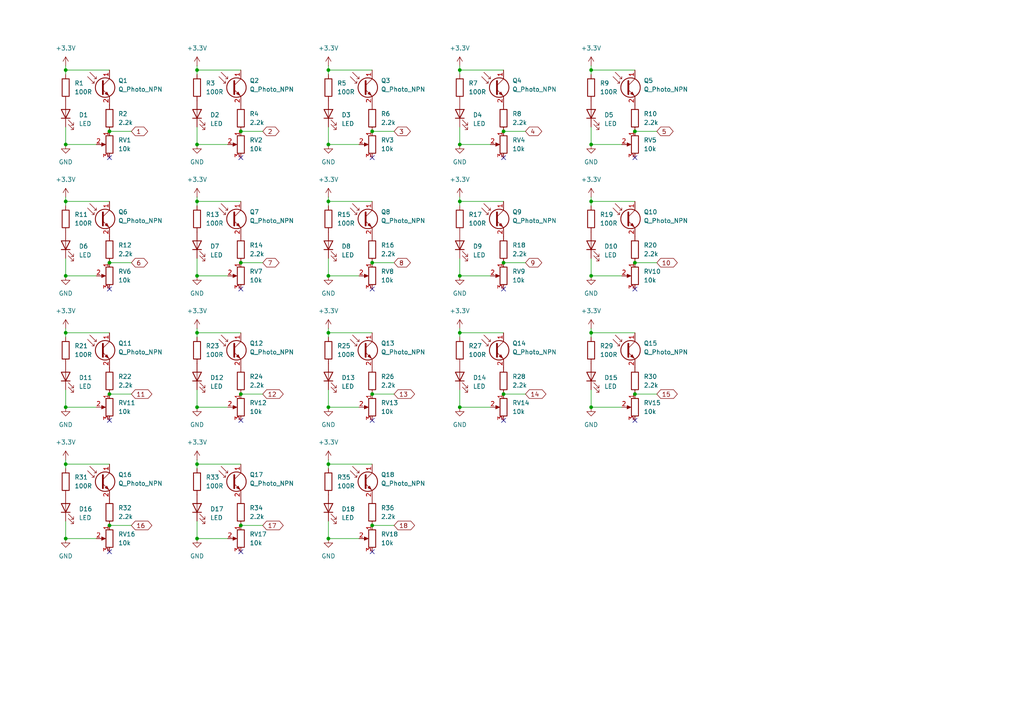
<source format=kicad_sch>
(kicad_sch (version 20231120) (generator "eeschema") (generator_version "8.0")
  (paper "A4")
  (title_block (title "INPUT") (date "2024-07-13") (rev "1.0") (company "yukuyuku4123"))
  (lib_symbols
    (symbol "Device:LED" (pin_numbers hide) (pin_names (offset 1.016) hide)
      (property "Reference" "D" (at 0 2.54 0))
      (property "Value" "LED" (at 0 -2.54 0))
      (symbol "LED_0_1"
        (polyline (pts (xy -1.27 -1.27) (xy -1.27 1.27)) (stroke (width 0.254)))
        (polyline (pts (xy -1.27 0) (xy 1.27 0)))
        (polyline (pts (xy 1.27 -1.27) (xy 1.27 1.27) (xy -1.27 0) (xy 1.27 -1.27)) (stroke (width 0.254)))
        (polyline (pts (xy -3.048 -0.762) (xy -4.572 -2.286) (xy -3.81 -2.286) (xy -4.572 -2.286) (xy -4.572 -1.524)))
        (polyline (pts (xy -1.778 -0.762) (xy -3.302 -2.286) (xy -2.54 -2.286) (xy -3.302 -2.286) (xy -3.302 -1.524)))
      )
      (symbol "LED_1_1"
        (pin passive line (at -3.81 0 0) (length 2.54) (name "K") (number "1"))
        (pin passive line (at 3.81 0 180) (length 2.54) (name "A") (number "2"))
      )
    )
    (symbol "Device:Q_Photo_NPN" (pin_names (offset 0) hide)
      (property "Reference" "Q" (at 5.08 1.27 0))
      (property "Value" "Q_Photo_NPN" (at 5.08 -1.27 0))
      (symbol "Q_Photo_NPN_0_1"
        (polyline (pts (xy -1.905 1.27) (xy -2.54 1.27)))
        (polyline (pts (xy -1.27 2.54) (xy -1.905 2.54)))
        (polyline (pts (xy 0.635 0.635) (xy 2.54 2.54)))
        (polyline (pts (xy -3.81 3.175) (xy -1.905 1.27) (xy -1.905 1.905)))
        (polyline (pts (xy -3.175 4.445) (xy -1.27 2.54) (xy -1.27 3.175)))
        (polyline (pts (xy 0.635 -0.635) (xy 2.54 -2.54) (xy 2.54 -2.54)))
        (polyline (pts (xy 0.635 1.905) (xy 0.635 -1.905) (xy 0.635 -1.905)) (stroke (width 0.508)))
        (polyline (pts (xy 1.27 -1.778) (xy 1.778 -1.27) (xy 2.286 -2.286) (xy 1.27 -1.778) (xy 1.27 -1.778)) (fill (type outline)))
        (circle (center 1.27 0) (radius 2.8194) (stroke (width 0.254)))
      )
      (symbol "Q_Photo_NPN_1_1"
        (pin passive line (at 2.54 5.08 270) (length 2.54) (name "C") (number "1"))
        (pin passive line (at 2.54 -5.08 90) (length 2.54) (name "E") (number "2"))
      )
    )
    (symbol "Device:R" (pin_numbers hide) (pin_names (offset 0))
      (property "Reference" "R" (at 2.032 0 90))
      (property "Value" "R" (at 0 0 90))
      (symbol "R_0_1"
        (rectangle (start -1.016 -2.54) (end 1.016 2.54) (stroke (width 0.254)))
      )
      (symbol "R_1_1"
        (pin passive line (at 0 3.81 270) (length 1.27) (name "~") (number "1"))
        (pin passive line (at 0 -3.81 90) (length 1.27) (name "~") (number "2"))
      )
    )
    (symbol "Device:R_Potentiometer" (pin_names (offset 1.016) hide)
      (property "Reference" "RV" (at -4.445 0 90))
      (property "Value" "R_Potentiometer" (at -2.54 0 90))
      (symbol "R_Potentiometer_0_1"
        (polyline (pts (xy 2.54 0) (xy 1.524 0)))
        (polyline (pts (xy 1.143 0) (xy 2.286 0.508) (xy 2.286 -0.508) (xy 1.143 0)) (fill (type outline)))
        (rectangle (start 1.016 2.54) (end -1.016 -2.54) (stroke (width 0.254)))
      )
      (symbol "R_Potentiometer_1_1"
        (pin passive line (at 0 3.81 270) (length 1.27) (name "1") (number "1"))
        (pin passive line (at 3.81 0 180) (length 1.27) (name "2") (number "2"))
        (pin passive line (at 0 -3.81 90) (length 1.27) (name "3") (number "3"))
      )
    )
    (symbol "power:+3.3V" (power) (pin_numbers hide) (pin_names (offset 0) hide)
      (property "Value" "+3.3V" (at 0 3.556 0))
      (symbol "+3.3V_0_1"
        (polyline (pts (xy -0.762 1.27) (xy 0 2.54)))
        (polyline (pts (xy 0 0) (xy 0 2.54)))
        (polyline (pts (xy 0 2.54) (xy 0.762 1.27)))
      )
      (symbol "+3.3V_1_1"
        (pin power_in line (at 0 0 90) (length 0) (name "~") (number "1"))
      )
    )
    (symbol "power:GND" (power) (pin_names (offset 0))
      (property "Value" "GND" (at 0 -3.81 0))
      (symbol "GND_0_1"
        (polyline (pts (xy 0 0) (xy 0 -1.27) (xy 1.27 -1.27) (xy 0 -2.54) (xy -1.27 -1.27) (xy 0 -1.27)))
      )
      (symbol "GND_1_1"
        (pin power_in line (at 0 0 270) (length 0) hide (name "GND") (number "1"))
      )
    )
  )
  (junction (at 171.45 96.52))
  (junction (at 19.05 41.91))
  (junction (at 69.85 76.2))
  (junction (at 95.25 58.42))
  (junction (at 31.75 76.2))
  (junction (at 95.25 41.91))
  (junction (at 146.05 38.1))
  (junction (at 19.05 118.11))
  (junction (at 95.25 96.52))
  (junction (at 69.85 114.3))
  (junction (at 19.05 134.62))
  (junction (at 133.35 41.91))
  (junction (at 171.45 118.11))
  (junction (at 146.05 76.2))
  (junction (at 107.95 76.2))
  (junction (at 19.05 20.32))
  (junction (at 31.75 114.3))
  (junction (at 146.05 114.3))
  (junction (at 19.05 156.21))
  (junction (at 57.15 20.32))
  (junction (at 19.05 80.01))
  (junction (at 184.15 76.2))
  (junction (at 95.25 20.32))
  (junction (at 31.75 38.1))
  (junction (at 171.45 41.91))
  (junction (at 19.05 58.42))
  (junction (at 95.25 118.11))
  (junction (at 57.15 58.42))
  (junction (at 184.15 114.3))
  (junction (at 95.25 134.62))
  (junction (at 57.15 41.91))
  (junction (at 57.15 80.01))
  (junction (at 57.15 96.52))
  (junction (at 57.15 156.21))
  (junction (at 171.45 58.42))
  (junction (at 133.35 80.01))
  (junction (at 95.25 156.21))
  (junction (at 171.45 20.32))
  (junction (at 31.75 152.4))
  (junction (at 133.35 58.42))
  (junction (at 57.15 134.62))
  (junction (at 107.95 114.3))
  (junction (at 19.05 96.52))
  (junction (at 171.45 80.01))
  (junction (at 133.35 20.32))
  (junction (at 107.95 152.4))
  (junction (at 57.15 118.11))
  (junction (at 184.15 38.1))
  (junction (at 69.85 152.4))
  (junction (at 107.95 38.1))
  (junction (at 133.35 118.11))
  (junction (at 69.85 38.1))
  (junction (at 133.35 96.52))
  (junction (at 95.25 80.01))
  (no_connect (at 69.85 83.82))
  (no_connect (at 69.85 121.92))
  (no_connect (at 184.15 83.82))
  (no_connect (at 31.75 45.72))
  (no_connect (at 107.95 45.72))
  (no_connect (at 107.95 121.92))
  (no_connect (at 146.05 121.92))
  (no_connect (at 146.05 45.72))
  (no_connect (at 69.85 45.72))
  (no_connect (at 69.85 160.02))
  (no_connect (at 184.15 45.72))
  (no_connect (at 31.75 83.82))
  (no_connect (at 31.75 160.02))
  (no_connect (at 31.75 121.92))
  (no_connect (at 107.95 83.82))
  (no_connect (at 184.15 121.92))
  (no_connect (at 107.95 160.02))
  (no_connect (at 146.05 83.82))
  (wire (pts (xy 57.15 96.52) (xy 69.85 96.52)))
  (wire (pts (xy 57.15 95.25) (xy 57.15 96.52)))
  (wire (pts (xy 57.15 20.32) (xy 57.15 21.59)))
  (wire (pts (xy 171.45 80.01) (xy 180.34 80.01)))
  (wire (pts (xy 95.25 41.91) (xy 104.14 41.91)))
  (wire (pts (xy 146.05 76.2) (xy 152.4 76.2)))
  (wire (pts (xy 95.25 133.35) (xy 95.25 134.62)))
  (wire (pts (xy 57.15 113.03) (xy 57.15 118.11)))
  (wire (pts (xy 95.25 95.25) (xy 95.25 96.52)))
  (wire (pts (xy 57.15 74.93) (xy 57.15 80.01)))
  (wire (pts (xy 19.05 80.01) (xy 27.94 80.01)))
  (wire (pts (xy 57.15 80.01) (xy 66.04 80.01)))
  (wire (pts (xy 31.75 38.1) (xy 38.1 38.1)))
  (wire (pts (xy 171.45 19.05) (xy 171.45 20.32)))
  (wire (pts (xy 107.95 152.4) (xy 114.3 152.4)))
  (wire (pts (xy 69.85 76.2) (xy 76.2 76.2)))
  (wire (pts (xy 171.45 57.15) (xy 171.45 58.42)))
  (wire (pts (xy 133.35 96.52) (xy 146.05 96.52)))
  (wire (pts (xy 95.25 20.32) (xy 107.95 20.32)))
  (wire (pts (xy 57.15 20.32) (xy 69.85 20.32)))
  (wire (pts (xy 69.85 38.1) (xy 76.2 38.1)))
  (wire (pts (xy 57.15 151.13) (xy 57.15 156.21)))
  (wire (pts (xy 95.25 113.03) (xy 95.25 118.11)))
  (wire (pts (xy 95.25 58.42) (xy 107.95 58.42)))
  (wire (pts (xy 171.45 58.42) (xy 184.15 58.42)))
  (wire (pts (xy 171.45 96.52) (xy 184.15 96.52)))
  (wire (pts (xy 19.05 134.62) (xy 19.05 135.89)))
  (wire (pts (xy 171.45 74.93) (xy 171.45 80.01)))
  (wire (pts (xy 95.25 74.93) (xy 95.25 80.01)))
  (wire (pts (xy 95.25 80.01) (xy 104.14 80.01)))
  (wire (pts (xy 57.15 41.91) (xy 66.04 41.91)))
  (wire (pts (xy 31.75 152.4) (xy 38.1 152.4)))
  (wire (pts (xy 95.25 118.11) (xy 104.14 118.11)))
  (wire (pts (xy 133.35 113.03) (xy 133.35 118.11)))
  (wire (pts (xy 19.05 58.42) (xy 31.75 58.42)))
  (wire (pts (xy 95.25 151.13) (xy 95.25 156.21)))
  (wire (pts (xy 31.75 76.2) (xy 38.1 76.2)))
  (wire (pts (xy 171.45 118.11) (xy 180.34 118.11)))
  (wire (pts (xy 133.35 36.83) (xy 133.35 41.91)))
  (wire (pts (xy 57.15 36.83) (xy 57.15 41.91)))
  (wire (pts (xy 19.05 156.21) (xy 27.94 156.21)))
  (wire (pts (xy 184.15 114.3) (xy 190.5 114.3)))
  (wire (pts (xy 133.35 74.93) (xy 133.35 80.01)))
  (wire (pts (xy 184.15 38.1) (xy 190.5 38.1)))
  (wire (pts (xy 95.25 19.05) (xy 95.25 20.32)))
  (wire (pts (xy 19.05 20.32) (xy 19.05 21.59)))
  (wire (pts (xy 133.35 58.42) (xy 146.05 58.42)))
  (wire (pts (xy 19.05 58.42) (xy 19.05 59.69)))
  (wire (pts (xy 184.15 76.2) (xy 190.5 76.2)))
  (wire (pts (xy 95.25 20.32) (xy 95.25 21.59)))
  (wire (pts (xy 107.95 114.3) (xy 114.3 114.3)))
  (wire (pts (xy 19.05 134.62) (xy 31.75 134.62)))
  (wire (pts (xy 69.85 114.3) (xy 76.2 114.3)))
  (wire (pts (xy 171.45 41.91) (xy 180.34 41.91)))
  (wire (pts (xy 95.25 96.52) (xy 107.95 96.52)))
  (wire (pts (xy 57.15 134.62) (xy 69.85 134.62)))
  (wire (pts (xy 57.15 118.11) (xy 66.04 118.11)))
  (wire (pts (xy 19.05 36.83) (xy 19.05 41.91)))
  (wire (pts (xy 57.15 134.62) (xy 57.15 135.89)))
  (wire (pts (xy 31.75 114.3) (xy 38.1 114.3)))
  (wire (pts (xy 19.05 74.93) (xy 19.05 80.01)))
  (wire (pts (xy 146.05 38.1) (xy 152.4 38.1)))
  (wire (pts (xy 95.25 57.15) (xy 95.25 58.42)))
  (wire (pts (xy 57.15 156.21) (xy 66.04 156.21)))
  (wire (pts (xy 19.05 96.52) (xy 19.05 97.79)))
  (wire (pts (xy 57.15 58.42) (xy 69.85 58.42)))
  (wire (pts (xy 133.35 20.32) (xy 146.05 20.32)))
  (wire (pts (xy 19.05 95.25) (xy 19.05 96.52)))
  (wire (pts (xy 171.45 20.32) (xy 184.15 20.32)))
  (wire (pts (xy 146.05 114.3) (xy 152.4 114.3)))
  (wire (pts (xy 19.05 133.35) (xy 19.05 134.62)))
  (wire (pts (xy 95.25 134.62) (xy 107.95 134.62)))
  (wire (pts (xy 107.95 76.2) (xy 114.3 76.2)))
  (wire (pts (xy 171.45 58.42) (xy 171.45 59.69)))
  (wire (pts (xy 133.35 57.15) (xy 133.35 58.42)))
  (wire (pts (xy 69.85 152.4) (xy 76.2 152.4)))
  (wire (pts (xy 19.05 20.32) (xy 31.75 20.32)))
  (wire (pts (xy 19.05 151.13) (xy 19.05 156.21)))
  (wire (pts (xy 133.35 95.25) (xy 133.35 96.52)))
  (wire (pts (xy 171.45 36.83) (xy 171.45 41.91)))
  (wire (pts (xy 133.35 96.52) (xy 133.35 97.79)))
  (wire (pts (xy 95.25 134.62) (xy 95.25 135.89)))
  (wire (pts (xy 133.35 20.32) (xy 133.35 21.59)))
  (wire (pts (xy 19.05 96.52) (xy 31.75 96.52)))
  (wire (pts (xy 57.15 57.15) (xy 57.15 58.42)))
  (wire (pts (xy 133.35 41.91) (xy 142.24 41.91)))
  (wire (pts (xy 107.95 38.1) (xy 114.3 38.1)))
  (wire (pts (xy 19.05 19.05) (xy 19.05 20.32)))
  (wire (pts (xy 95.25 96.52) (xy 95.25 97.79)))
  (wire (pts (xy 19.05 41.91) (xy 27.94 41.91)))
  (wire (pts (xy 19.05 113.03) (xy 19.05 118.11)))
  (wire (pts (xy 57.15 96.52) (xy 57.15 97.79)))
  (wire (pts (xy 171.45 95.25) (xy 171.45 96.52)))
  (wire (pts (xy 19.05 57.15) (xy 19.05 58.42)))
  (wire (pts (xy 19.05 118.11) (xy 27.94 118.11)))
  (wire (pts (xy 57.15 133.35) (xy 57.15 134.62)))
  (wire (pts (xy 95.25 58.42) (xy 95.25 59.69)))
  (wire (pts (xy 95.25 36.83) (xy 95.25 41.91)))
  (wire (pts (xy 171.45 20.32) (xy 171.45 21.59)))
  (wire (pts (xy 57.15 19.05) (xy 57.15 20.32)))
  (wire (pts (xy 133.35 118.11) (xy 142.24 118.11)))
  (wire (pts (xy 171.45 113.03) (xy 171.45 118.11)))
  (wire (pts (xy 133.35 58.42) (xy 133.35 59.69)))
  (wire (pts (xy 57.15 58.42) (xy 57.15 59.69)))
  (wire (pts (xy 95.25 156.21) (xy 104.14 156.21)))
  (wire (pts (xy 133.35 80.01) (xy 142.24 80.01)))
  (wire (pts (xy 171.45 96.52) (xy 171.45 97.79)))
  (wire (pts (xy 133.35 19.05) (xy 133.35 20.32)))
  (global_label "13" (shape bidirectional) (at 114.3 114.3 0) (property "Intersheetrefs" "${INTERSHEET_REFS}" (effects (hide yes))))
  (global_label "15" (shape bidirectional) (at 190.5 114.3 0) (property "Intersheetrefs" "${INTERSHEET_REFS}" (effects (hide yes))))
  (global_label "6" (shape bidirectional) (at 38.1 76.2 0) (property "Intersheetrefs" "${INTERSHEET_REFS}" (effects (hide yes))))
  (global_label "14" (shape bidirectional) (at 152.4 114.3 0) (property "Intersheetrefs" "${INTERSHEET_REFS}" (effects (hide yes))))
  (global_label "7" (shape bidirectional) (at 76.2 76.2 0) (property "Intersheetrefs" "${INTERSHEET_REFS}" (effects (hide yes))))
  (global_label "17" (shape bidirectional) (at 76.2 152.4 0) (property "Intersheetrefs" "${INTERSHEET_REFS}" (effects (hide yes))))
  (global_label "5" (shape bidirectional) (at 190.5 38.1 0) (property "Intersheetrefs" "${INTERSHEET_REFS}" (effects (hide yes))))
  (global_label "12" (shape bidirectional) (at 76.2 114.3 0) (property "Intersheetrefs" "${INTERSHEET_REFS}" (effects (hide yes))))
  (global_label "11" (shape bidirectional) (at 38.1 114.3 0) (property "Intersheetrefs" "${INTERSHEET_REFS}" (effects (hide yes))))
  (global_label "4" (shape bidirectional) (at 152.4 38.1 0) (property "Intersheetrefs" "${INTERSHEET_REFS}" (effects (hide yes))))
  (global_label "16" (shape bidirectional) (at 38.1 152.4 0) (property "Intersheetrefs" "${INTERSHEET_REFS}" (effects (hide yes))))
  (global_label "9" (shape bidirectional) (at 152.4 76.2 0) (property "Intersheetrefs" "${INTERSHEET_REFS}" (effects (hide yes))))
  (global_label "8" (shape bidirectional) (at 114.3 76.2 0) (property "Intersheetrefs" "${INTERSHEET_REFS}" (effects (hide yes))))
  (global_label "2" (shape bidirectional) (at 76.2 38.1 0) (property "Intersheetrefs" "${INTERSHEET_REFS}" (effects (hide yes))))
  (global_label "10" (shape bidirectional) (at 190.5 76.2 0) (property "Intersheetrefs" "${INTERSHEET_REFS}" (effects (hide yes))))
  (global_label "3" (shape bidirectional) (at 114.3 38.1 0) (property "Intersheetrefs" "${INTERSHEET_REFS}" (effects (hide yes))))
  (global_label "18" (shape bidirectional) (at 114.3 152.4 0) (property "Intersheetrefs" "${INTERSHEET_REFS}" (effects (hide yes))))
  (global_label "1" (shape bidirectional) (at 38.1 38.1 0) (property "Intersheetrefs" "${INTERSHEET_REFS}" (effects (hide yes))))
  (symbol (lib_id "power:+3.3V") (at 95.25 57.15 0) (unit 1)
    (property "Reference" "#PWR014" (effects (hide yes)))
    (property "Value" "+3.3V" (at 95.25 52.07 0))
    (property "Description" "Power symbol creates a global label with name \"+3.3V\"" (effects (hide yes)))
  )
  (symbol (lib_id "power:GND") (at 19.05 118.11 0) (unit 1)
    (property "Reference" "#PWR021" (effects (hide yes)))
    (property "Value" "GND" (at 19.05 123.19 0))
  )
  (symbol (lib_id "Device:R_Potentiometer") (at 107.95 118.11 0) (mirror y) (unit 1)
    (property "Reference" "RV13" (at 110.49 116.8399 0) (effects (justify right)))
    (property "Value" "10k" (at 110.49 119.3799 0) (effects (justify right)))
    (property "Footprint" "Potentiometer_SMD:Potentiometer_Bourns_TC33X_Vertical" (effects (hide yes)))
  )
  (symbol (lib_id "Device:R") (at 146.05 110.49 0) (unit 1)
    (property "Reference" "R28" (at 148.59 109.2199 0) (effects (justify left)))
    (property "Value" "2.2k" (at 148.59 111.7599 0) (effects (justify left)))
    (property "Footprint" "Resistor_SMD:R_0603_1608Metric" (effects (hide yes)))
    (property "Description" "Resistor" (effects (hide yes)))
  )
  (symbol (lib_id "Device:LED") (at 57.15 147.32 90) (unit 1)
    (property "Reference" "D17" (at 60.96 147.6374 90) (effects (justify right)))
    (property "Value" "LED" (at 60.96 150.1774 90) (effects (justify right)))
    (property "Footprint" "LED_THT:LED_D5.0mm" (effects (hide yes)))
    (property "Description" "Light emitting diode" (effects (hide yes)))
  )
  (symbol (lib_id "power:GND") (at 19.05 41.91 0) (unit 1)
    (property "Reference" "#PWR050" (effects (hide yes)))
    (property "Value" "GND" (at 19.05 46.99 0))
  )
  (symbol (lib_id "Device:LED") (at 171.45 109.22 90) (unit 1)
    (property "Reference" "D15" (at 175.26 109.5374 90) (effects (justify right)))
    (property "Value" "LED" (at 175.26 112.0774 90) (effects (justify right)))
    (property "Footprint" "LED_THT:LED_D5.0mm" (effects (hide yes)))
    (property "Description" "Light emitting diode" (effects (hide yes)))
  )
  (symbol (lib_id "Device:R") (at 19.05 25.4 0) (unit 1)
    (property "Reference" "R1" (at 21.59 24.1299 0) (effects (justify left)))
    (property "Value" "100R" (at 21.59 26.6699 0) (effects (justify left)))
    (property "Footprint" "Resistor_SMD:R_0603_1608Metric" (effects (hide yes)))
    (property "Description" "Resistor" (effects (hide yes)))
  )
  (symbol (lib_id "Device:R_Potentiometer") (at 146.05 41.91 0) (mirror y) (unit 1)
    (property "Reference" "RV4" (at 148.59 40.6399 0) (effects (justify right)))
    (property "Value" "10k" (at 148.59 43.1799 0) (effects (justify right)))
    (property "Footprint" "Potentiometer_SMD:Potentiometer_Bourns_TC33X_Vertical" (effects (hide yes)))
  )
  (symbol (lib_id "power:GND") (at 95.25 80.01 0) (unit 1)
    (property "Reference" "#PWR015" (effects (hide yes)))
    (property "Value" "GND" (at 95.25 85.09 0))
  )
  (symbol (lib_id "Device:R") (at 69.85 148.59 0) (unit 1)
    (property "Reference" "R34" (at 72.39 147.3199 0) (effects (justify left)))
    (property "Value" "2.2k" (at 72.39 149.8599 0) (effects (justify left)))
    (property "Footprint" "Resistor_SMD:R_0603_1608Metric" (effects (hide yes)))
    (property "Description" "Resistor" (effects (hide yes)))
  )
  (symbol (lib_id "power:GND") (at 57.15 118.11 0) (unit 1)
    (property "Reference" "#PWR023" (effects (hide yes)))
    (property "Value" "GND" (at 57.15 123.19 0))
  )
  (symbol (lib_id "power:+3.3V") (at 57.15 95.25 0) (unit 1)
    (property "Reference" "#PWR022" (effects (hide yes)))
    (property "Value" "+3.3V" (at 57.15 90.17 0))
    (property "Description" "Power symbol creates a global label with name \"+3.3V\"" (effects (hide yes)))
  )
  (symbol (lib_id "Device:Q_Photo_NPN") (at 29.21 63.5 0) (unit 1)
    (property "Reference" "Q6" (at 34.29 61.4806 0) (effects (justify left)))
    (property "Value" "Q_Photo_NPN" (at 34.29 64.0206 0) (effects (justify left)))
    (property "Footprint" "LED_THT:LED_D3.0mm_Clear" (effects (hide yes)))
    (property "Description" "NPN phototransistor, collector/emitter" (effects (hide yes)))
  )
  (symbol (lib_id "Device:Q_Photo_NPN") (at 143.51 63.5 0) (unit 1)
    (property "Reference" "Q9" (at 148.59 61.4806 0) (effects (justify left)))
    (property "Value" "Q_Photo_NPN" (at 148.59 64.0206 0) (effects (justify left)))
    (property "Footprint" "LED_THT:LED_D3.0mm_Clear" (effects (hide yes)))
    (property "Description" "NPN phototransistor, collector/emitter" (effects (hide yes)))
  )
  (symbol (lib_id "Device:R") (at 57.15 25.4 0) (unit 1)
    (property "Reference" "R3" (at 59.69 24.1299 0) (effects (justify left)))
    (property "Value" "100R" (at 59.69 26.6699 0) (effects (justify left)))
    (property "Footprint" "Resistor_SMD:R_0603_1608Metric" (effects (hide yes)))
    (property "Description" "Resistor" (effects (hide yes)))
  )
  (symbol (lib_id "Device:R_Potentiometer") (at 107.95 41.91 0) (mirror y) (unit 1)
    (property "Reference" "RV3" (at 110.49 40.6399 0) (effects (justify right)))
    (property "Value" "10k" (at 110.49 43.1799 0) (effects (justify right)))
    (property "Footprint" "Potentiometer_SMD:Potentiometer_Bourns_TC33X_Vertical" (effects (hide yes)))
  )
  (symbol (lib_id "Device:R") (at 19.05 139.7 0) (unit 1)
    (property "Reference" "R31" (at 21.59 138.4299 0) (effects (justify left)))
    (property "Value" "100R" (at 21.59 140.9699 0) (effects (justify left)))
    (property "Footprint" "Resistor_SMD:R_0603_1608Metric" (effects (hide yes)))
    (property "Description" "Resistor" (effects (hide yes)))
  )
  (symbol (lib_id "Device:LED") (at 57.15 109.22 90) (unit 1)
    (property "Reference" "D12" (at 60.96 109.5374 90) (effects (justify right)))
    (property "Value" "LED" (at 60.96 112.0774 90) (effects (justify right)))
    (property "Footprint" "LED_THT:LED_D5.0mm" (effects (hide yes)))
    (property "Description" "Light emitting diode" (effects (hide yes)))
  )
  (symbol (lib_id "Device:LED") (at 57.15 71.12 90) (unit 1)
    (property "Reference" "D7" (at 60.96 71.4374 90) (effects (justify right)))
    (property "Value" "LED" (at 60.96 73.9774 90) (effects (justify right)))
    (property "Footprint" "LED_THT:LED_D5.0mm" (effects (hide yes)))
    (property "Description" "Light emitting diode" (effects (hide yes)))
  )
  (symbol (lib_id "Device:R") (at 31.75 148.59 0) (unit 1)
    (property "Reference" "R32" (at 34.29 147.3199 0) (effects (justify left)))
    (property "Value" "2.2k" (at 34.29 149.8599 0) (effects (justify left)))
    (property "Footprint" "Resistor_SMD:R_0603_1608Metric" (effects (hide yes)))
    (property "Description" "Resistor" (effects (hide yes)))
  )
  (symbol (lib_id "Device:Q_Photo_NPN") (at 181.61 63.5 0) (unit 1)
    (property "Reference" "Q10" (at 186.69 61.4806 0) (effects (justify left)))
    (property "Value" "Q_Photo_NPN" (at 186.69 64.0206 0) (effects (justify left)))
    (property "Footprint" "LED_THT:LED_D3.0mm_Clear" (effects (hide yes)))
    (property "Description" "NPN phototransistor, collector/emitter" (effects (hide yes)))
  )
  (symbol (lib_id "Device:R") (at 171.45 25.4 0) (unit 1)
    (property "Reference" "R9" (at 173.99 24.1299 0) (effects (justify left)))
    (property "Value" "100R" (at 173.99 26.6699 0) (effects (justify left)))
    (property "Footprint" "Resistor_SMD:R_0603_1608Metric" (effects (hide yes)))
    (property "Description" "Resistor" (effects (hide yes)))
  )
  (symbol (lib_id "Device:LED") (at 133.35 71.12 90) (unit 1)
    (property "Reference" "D9" (at 137.16 71.4374 90) (effects (justify right)))
    (property "Value" "LED" (at 137.16 73.9774 90) (effects (justify right)))
    (property "Footprint" "LED_THT:LED_D5.0mm" (effects (hide yes)))
    (property "Description" "Light emitting diode" (effects (hide yes)))
  )
  (symbol (lib_id "Device:LED") (at 95.25 147.32 90) (unit 1)
    (property "Reference" "D18" (at 99.06 147.6374 90) (effects (justify right)))
    (property "Value" "LED" (at 99.06 150.1774 90) (effects (justify right)))
    (property "Footprint" "LED_THT:LED_D5.0mm" (effects (hide yes)))
    (property "Description" "Light emitting diode" (effects (hide yes)))
  )
  (symbol (lib_id "Device:Q_Photo_NPN") (at 105.41 63.5 0) (unit 1)
    (property "Reference" "Q8" (at 110.49 61.4806 0) (effects (justify left)))
    (property "Value" "Q_Photo_NPN" (at 110.49 64.0206 0) (effects (justify left)))
    (property "Footprint" "LED_THT:LED_D3.0mm_Clear" (effects (hide yes)))
    (property "Description" "NPN phototransistor, collector/emitter" (effects (hide yes)))
  )
  (symbol (lib_id "Device:R_Potentiometer") (at 31.75 41.91 0) (mirror y) (unit 1)
    (property "Reference" "RV1" (at 34.29 40.6399 0) (effects (justify right)))
    (property "Value" "10k" (at 34.29 43.1799 0) (effects (justify right)))
    (property "Footprint" "Potentiometer_SMD:Potentiometer_Bourns_TC33X_Vertical" (effects (hide yes)))
  )
  (symbol (lib_id "power:+3.3V") (at 19.05 19.05 0) (unit 1)
    (property "Reference" "#PWR01" (effects (hide yes)))
    (property "Value" "+3.3V" (at 19.05 13.97 0))
    (property "Description" "Power symbol creates a global label with name \"+3.3V\"" (effects (hide yes)))
  )
  (symbol (lib_id "Device:R") (at 95.25 139.7 0) (unit 1)
    (property "Reference" "R35" (at 97.79 138.4299 0) (effects (justify left)))
    (property "Value" "100R" (at 97.79 140.9699 0) (effects (justify left)))
    (property "Footprint" "Resistor_SMD:R_0603_1608Metric" (effects (hide yes)))
    (property "Description" "Resistor" (effects (hide yes)))
  )
  (symbol (lib_id "Device:R") (at 107.95 34.29 0) (unit 1)
    (property "Reference" "R6" (at 110.49 33.0199 0) (effects (justify left)))
    (property "Value" "2.2k" (at 110.49 35.5599 0) (effects (justify left)))
    (property "Footprint" "Resistor_SMD:R_0603_1608Metric" (effects (hide yes)))
    (property "Description" "Resistor" (effects (hide yes)))
  )
  (symbol (lib_id "Device:LED") (at 95.25 109.22 90) (unit 1)
    (property "Reference" "D13" (at 99.06 109.5374 90) (effects (justify right)))
    (property "Value" "LED" (at 99.06 112.0774 90) (effects (justify right)))
    (property "Footprint" "LED_THT:LED_D5.0mm" (effects (hide yes)))
    (property "Description" "Light emitting diode" (effects (hide yes)))
  )
  (symbol (lib_id "Device:Q_Photo_NPN") (at 181.61 101.6 0) (unit 1)
    (property "Reference" "Q15" (at 186.69 99.5806 0) (effects (justify left)))
    (property "Value" "Q_Photo_NPN" (at 186.69 102.1206 0) (effects (justify left)))
    (property "Footprint" "LED_THT:LED_D3.0mm_Clear" (effects (hide yes)))
    (property "Description" "NPN phototransistor, collector/emitter" (effects (hide yes)))
  )
  (symbol (lib_id "Device:LED") (at 95.25 71.12 90) (unit 1)
    (property "Reference" "D8" (at 99.06 71.4374 90) (effects (justify right)))
    (property "Value" "LED" (at 99.06 73.9774 90) (effects (justify right)))
    (property "Footprint" "LED_THT:LED_D5.0mm" (effects (hide yes)))
    (property "Description" "Light emitting diode" (effects (hide yes)))
  )
  (symbol (lib_id "Device:R") (at 57.15 139.7 0) (unit 1)
    (property "Reference" "R33" (at 59.69 138.4299 0) (effects (justify left)))
    (property "Value" "100R" (at 59.69 140.9699 0) (effects (justify left)))
    (property "Footprint" "Resistor_SMD:R_0603_1608Metric" (effects (hide yes)))
    (property "Description" "Resistor" (effects (hide yes)))
  )
  (symbol (lib_id "Device:Q_Photo_NPN") (at 67.31 101.6 0) (unit 1)
    (property "Reference" "Q12" (at 72.39 99.5806 0) (effects (justify left)))
    (property "Value" "Q_Photo_NPN" (at 72.39 102.1206 0) (effects (justify left)))
    (property "Footprint" "LED_THT:LED_D3.0mm_Clear" (effects (hide yes)))
    (property "Description" "NPN phototransistor, collector/emitter" (effects (hide yes)))
  )
  (symbol (lib_id "Device:R") (at 19.05 63.5 0) (unit 1)
    (property "Reference" "R11" (at 21.59 62.2299 0) (effects (justify left)))
    (property "Value" "100R" (at 21.59 64.7699 0) (effects (justify left)))
    (property "Footprint" "Resistor_SMD:R_0603_1608Metric" (effects (hide yes)))
    (property "Description" "Resistor" (effects (hide yes)))
  )
  (symbol (lib_id "Device:Q_Photo_NPN") (at 143.51 25.4 0) (unit 1)
    (property "Reference" "Q4" (at 148.59 23.3806 0) (effects (justify left)))
    (property "Value" "Q_Photo_NPN" (at 148.59 25.9206 0) (effects (justify left)))
    (property "Footprint" "LED_THT:LED_D3.0mm_Clear" (effects (hide yes)))
    (property "Description" "NPN phototransistor, collector/emitter" (effects (hide yes)))
  )
  (symbol (lib_id "Device:R") (at 69.85 72.39 0) (unit 1)
    (property "Reference" "R14" (at 72.39 71.1199 0) (effects (justify left)))
    (property "Value" "2.2k" (at 72.39 73.6599 0) (effects (justify left)))
    (property "Footprint" "Resistor_SMD:R_0603_1608Metric" (effects (hide yes)))
    (property "Description" "Resistor" (effects (hide yes)))
  )
  (symbol (lib_id "Device:Q_Photo_NPN") (at 67.31 25.4 0) (unit 1)
    (property "Reference" "Q2" (at 72.39 23.3806 0) (effects (justify left)))
    (property "Value" "Q_Photo_NPN" (at 72.39 25.9206 0) (effects (justify left)))
    (property "Footprint" "LED_THT:LED_D3.0mm_Clear" (effects (hide yes)))
    (property "Description" "NPN phototransistor, collector/emitter" (effects (hide yes)))
  )
  (symbol (lib_id "Device:LED") (at 19.05 147.32 90) (unit 1)
    (property "Reference" "D16" (at 22.86 147.6374 90) (effects (justify right)))
    (property "Value" "LED" (at 22.86 150.1774 90) (effects (justify right)))
    (property "Footprint" "LED_THT:LED_D5.0mm" (effects (hide yes)))
    (property "Description" "Light emitting diode" (effects (hide yes)))
  )
  (symbol (lib_id "Device:R") (at 184.15 72.39 0) (unit 1)
    (property "Reference" "R20" (at 186.69 71.1199 0) (effects (justify left)))
    (property "Value" "2.2k" (at 186.69 73.6599 0) (effects (justify left)))
    (property "Footprint" "Resistor_SMD:R_0603_1608Metric" (effects (hide yes)))
    (property "Description" "Resistor" (effects (hide yes)))
  )
  (symbol (lib_id "Device:LED") (at 19.05 33.02 90) (unit 1)
    (property "Reference" "D1" (at 22.86 33.3374 90) (effects (justify right)))
    (property "Value" "LED" (at 22.86 35.8774 90) (effects (justify right)))
    (property "Footprint" "LED_THT:LED_D5.0mm" (effects (hide yes)))
    (property "Description" "Light emitting diode" (effects (hide yes)))
  )
  (symbol (lib_id "Device:LED") (at 95.25 33.02 90) (unit 1)
    (property "Reference" "D3" (at 99.06 33.3374 90) (effects (justify right)))
    (property "Value" "LED" (at 99.06 35.8774 90) (effects (justify right)))
    (property "Footprint" "LED_THT:LED_D5.0mm" (effects (hide yes)))
    (property "Description" "Light emitting diode" (effects (hide yes)))
  )
  (symbol (lib_id "Device:R") (at 133.35 101.6 0) (unit 1)
    (property "Reference" "R27" (at 135.89 100.3299 0) (effects (justify left)))
    (property "Value" "100R" (at 135.89 102.8699 0) (effects (justify left)))
    (property "Footprint" "Resistor_SMD:R_0603_1608Metric" (effects (hide yes)))
    (property "Description" "Resistor" (effects (hide yes)))
  )
  (symbol (lib_id "Device:R_Potentiometer") (at 69.85 156.21 0) (mirror y) (unit 1)
    (property "Reference" "RV17" (at 72.39 154.9399 0) (effects (justify right)))
    (property "Value" "10k" (at 72.39 157.4799 0) (effects (justify right)))
    (property "Footprint" "Potentiometer_SMD:Potentiometer_Bourns_TC33X_Vertical" (effects (hide yes)))
  )
  (symbol (lib_id "Device:R_Potentiometer") (at 146.05 118.11 0) (mirror y) (unit 1)
    (property "Reference" "RV14" (at 148.59 116.8399 0) (effects (justify right)))
    (property "Value" "10k" (at 148.59 119.3799 0) (effects (justify right)))
    (property "Footprint" "Potentiometer_SMD:Potentiometer_Bourns_TC33X_Vertical" (effects (hide yes)))
  )
  (symbol (lib_id "Device:LED") (at 19.05 71.12 90) (unit 1)
    (property "Reference" "D6" (at 22.86 71.4374 90) (effects (justify right)))
    (property "Value" "LED" (at 22.86 73.9774 90) (effects (justify right)))
    (property "Footprint" "LED_THT:LED_D5.0mm" (effects (hide yes)))
    (property "Description" "Light emitting diode" (effects (hide yes)))
  )
  (symbol (lib_id "Device:R") (at 69.85 110.49 0) (unit 1)
    (property "Reference" "R24" (at 72.39 109.2199 0) (effects (justify left)))
    (property "Value" "2.2k" (at 72.39 111.7599 0) (effects (justify left)))
    (property "Footprint" "Resistor_SMD:R_0603_1608Metric" (effects (hide yes)))
    (property "Description" "Resistor" (effects (hide yes)))
  )
  (symbol (lib_id "Device:LED") (at 19.05 109.22 90) (unit 1)
    (property "Reference" "D11" (at 22.86 109.5374 90) (effects (justify right)))
    (property "Value" "LED" (at 22.86 112.0774 90) (effects (justify right)))
    (property "Footprint" "LED_THT:LED_D5.0mm" (effects (hide yes)))
    (property "Description" "Light emitting diode" (effects (hide yes)))
  )
  (symbol (lib_id "Device:R") (at 133.35 25.4 0) (unit 1)
    (property "Reference" "R7" (at 135.89 24.1299 0) (effects (justify left)))
    (property "Value" "100R" (at 135.89 26.6699 0) (effects (justify left)))
    (property "Footprint" "Resistor_SMD:R_0603_1608Metric" (effects (hide yes)))
    (property "Description" "Resistor" (effects (hide yes)))
  )
  (symbol (lib_id "Device:LED") (at 57.15 33.02 90) (unit 1)
    (property "Reference" "D2" (at 60.96 33.3374 90) (effects (justify right)))
    (property "Value" "LED" (at 60.96 35.8774 90) (effects (justify right)))
    (property "Footprint" "LED_THT:LED_D5.0mm" (effects (hide yes)))
    (property "Description" "Light emitting diode" (effects (hide yes)))
  )
  (symbol (lib_id "power:GND") (at 133.35 118.11 0) (unit 1)
    (property "Reference" "#PWR027" (effects (hide yes)))
    (property "Value" "GND" (at 133.35 123.19 0))
  )
  (symbol (lib_id "Device:R") (at 171.45 63.5 0) (unit 1)
    (property "Reference" "R19" (at 173.99 62.2299 0) (effects (justify left)))
    (property "Value" "100R" (at 173.99 64.7699 0) (effects (justify left)))
    (property "Footprint" "Resistor_SMD:R_0603_1608Metric" (effects (hide yes)))
    (property "Description" "Resistor" (effects (hide yes)))
  )
  (symbol (lib_id "Device:R") (at 31.75 72.39 0) (unit 1)
    (property "Reference" "R12" (at 34.29 71.1199 0) (effects (justify left)))
    (property "Value" "2.2k" (at 34.29 73.6599 0) (effects (justify left)))
    (property "Footprint" "Resistor_SMD:R_0603_1608Metric" (effects (hide yes)))
    (property "Description" "Resistor" (effects (hide yes)))
  )
  (symbol (lib_id "Device:R_Potentiometer") (at 184.15 118.11 0) (mirror y) (unit 1)
    (property "Reference" "RV15" (at 186.69 116.8399 0) (effects (justify right)))
    (property "Value" "10k" (at 186.69 119.3799 0) (effects (justify right)))
    (property "Footprint" "Potentiometer_SMD:Potentiometer_Bourns_TC33X_Vertical" (effects (hide yes)))
  )
  (symbol (lib_id "Device:R") (at 57.15 63.5 0) (unit 1)
    (property "Reference" "R13" (at 59.69 62.2299 0) (effects (justify left)))
    (property "Value" "100R" (at 59.69 64.7699 0) (effects (justify left)))
    (property "Footprint" "Resistor_SMD:R_0603_1608Metric" (effects (hide yes)))
    (property "Description" "Resistor" (effects (hide yes)))
  )
  (symbol (lib_id "Device:Q_Photo_NPN") (at 143.51 101.6 0) (unit 1)
    (property "Reference" "Q14" (at 148.59 99.5806 0) (effects (justify left)))
    (property "Value" "Q_Photo_NPN" (at 148.59 102.1206 0) (effects (justify left)))
    (property "Footprint" "LED_THT:LED_D3.0mm_Clear" (effects (hide yes)))
    (property "Description" "NPN phototransistor, collector/emitter" (effects (hide yes)))
  )
  (symbol (lib_id "power:+3.3V") (at 95.25 133.35 0) (unit 1)
    (property "Reference" "#PWR034" (effects (hide yes)))
    (property "Value" "+3.3V" (at 95.25 128.27 0))
    (property "Description" "Power symbol creates a global label with name \"+3.3V\"" (effects (hide yes)))
  )
  (symbol (lib_id "power:+3.3V") (at 19.05 57.15 0) (unit 1)
    (property "Reference" "#PWR010" (effects (hide yes)))
    (property "Value" "+3.3V" (at 19.05 52.07 0))
    (property "Description" "Power symbol creates a global label with name \"+3.3V\"" (effects (hide yes)))
  )
  (symbol (lib_id "Device:LED") (at 171.45 33.02 90) (unit 1)
    (property "Reference" "D5" (at 175.26 33.3374 90) (effects (justify right)))
    (property "Value" "LED" (at 175.26 35.8774 90) (effects (justify right)))
    (property "Footprint" "LED_THT:LED_D5.0mm" (effects (hide yes)))
    (property "Description" "Light emitting diode" (effects (hide yes)))
  )
  (symbol (lib_id "Device:Q_Photo_NPN") (at 29.21 25.4 0) (unit 1)
    (property "Reference" "Q1" (at 34.29 23.3806 0) (effects (justify left)))
    (property "Value" "Q_Photo_NPN" (at 34.29 25.9206 0) (effects (justify left)))
    (property "Footprint" "LED_THT:LED_D3.0mm_Clear" (effects (hide yes)))
    (property "Description" "NPN phototransistor, collector/emitter" (effects (hide yes)))
  )
  (symbol (lib_id "Device:R") (at 171.45 101.6 0) (unit 1)
    (property "Reference" "R29" (at 173.99 100.3299 0) (effects (justify left)))
    (property "Value" "100R" (at 173.99 102.8699 0) (effects (justify left)))
    (property "Footprint" "Resistor_SMD:R_0603_1608Metric" (effects (hide yes)))
    (property "Description" "Resistor" (effects (hide yes)))
  )
  (symbol (lib_id "power:GND") (at 171.45 118.11 0) (unit 1)
    (property "Reference" "#PWR029" (effects (hide yes)))
    (property "Value" "GND" (at 171.45 123.19 0))
  )
  (symbol (lib_id "power:+3.3V") (at 171.45 19.05 0) (unit 1)
    (property "Reference" "#PWR08" (effects (hide yes)))
    (property "Value" "+3.3V" (at 171.45 13.97 0))
    (property "Description" "Power symbol creates a global label with name \"+3.3V\"" (effects (hide yes)))
  )
  (symbol (lib_id "power:+3.3V") (at 57.15 19.05 0) (unit 1)
    (property "Reference" "#PWR02" (effects (hide yes)))
    (property "Value" "+3.3V" (at 57.15 13.97 0))
    (property "Description" "Power symbol creates a global label with name \"+3.3V\"" (effects (hide yes)))
  )
  (symbol (lib_id "power:GND") (at 171.45 41.91 0) (unit 1)
    (property "Reference" "#PWR09" (effects (hide yes)))
    (property "Value" "GND" (at 171.45 46.99 0))
  )
  (symbol (lib_id "power:GND") (at 95.25 118.11 0) (unit 1)
    (property "Reference" "#PWR025" (effects (hide yes)))
    (property "Value" "GND" (at 95.25 123.19 0))
  )
  (symbol (lib_id "power:+3.3V") (at 19.05 95.25 0) (unit 1)
    (property "Reference" "#PWR020" (effects (hide yes)))
    (property "Value" "+3.3V" (at 19.05 90.17 0))
    (property "Description" "Power symbol creates a global label with name \"+3.3V\"" (effects (hide yes)))
  )
  (symbol (lib_id "power:+3.3V") (at 95.25 19.05 0) (unit 1)
    (property "Reference" "#PWR04" (effects (hide yes)))
    (property "Value" "+3.3V" (at 95.25 13.97 0))
    (property "Description" "Power symbol creates a global label with name \"+3.3V\"" (effects (hide yes)))
  )
  (symbol (lib_id "Device:R") (at 95.25 101.6 0) (unit 1)
    (property "Reference" "R25" (at 97.79 100.3299 0) (effects (justify left)))
    (property "Value" "100R" (at 97.79 102.8699 0) (effects (justify left)))
    (property "Footprint" "Resistor_SMD:R_0603_1608Metric" (effects (hide yes)))
    (property "Description" "Resistor" (effects (hide yes)))
  )
  (symbol (lib_id "Device:R_Potentiometer") (at 69.85 118.11 0) (mirror y) (unit 1)
    (property "Reference" "RV12" (at 72.39 116.8399 0) (effects (justify right)))
    (property "Value" "10k" (at 72.39 119.3799 0) (effects (justify right)))
    (property "Footprint" "Potentiometer_SMD:Potentiometer_Bourns_TC33X_Vertical" (effects (hide yes)))
  )
  (symbol (lib_id "Device:Q_Photo_NPN") (at 105.41 25.4 0) (unit 1)
    (property "Reference" "Q3" (at 110.49 23.3806 0) (effects (justify left)))
    (property "Value" "Q_Photo_NPN" (at 110.49 25.9206 0) (effects (justify left)))
    (property "Footprint" "LED_THT:LED_D3.0mm_Clear" (effects (hide yes)))
    (property "Description" "NPN phototransistor, collector/emitter" (effects (hide yes)))
  )
  (symbol (lib_id "Device:R") (at 133.35 63.5 0) (unit 1)
    (property "Reference" "R17" (at 135.89 62.2299 0) (effects (justify left)))
    (property "Value" "100R" (at 135.89 64.7699 0) (effects (justify left)))
    (property "Footprint" "Resistor_SMD:R_0603_1608Metric" (effects (hide yes)))
    (property "Description" "Resistor" (effects (hide yes)))
  )
  (symbol (lib_id "Device:R_Potentiometer") (at 107.95 156.21 0) (mirror y) (unit 1)
    (property "Reference" "RV18" (at 110.49 154.9399 0) (effects (justify right)))
    (property "Value" "10k" (at 110.49 157.4799 0) (effects (justify right)))
    (property "Footprint" "Potentiometer_SMD:Potentiometer_Bourns_TC33X_Vertical" (effects (hide yes)))
  )
  (symbol (lib_id "Device:R_Potentiometer") (at 146.05 80.01 0) (mirror y) (unit 1)
    (property "Reference" "RV9" (at 148.59 78.7399 0) (effects (justify right)))
    (property "Value" "10k" (at 148.59 81.2799 0) (effects (justify right)))
    (property "Footprint" "Potentiometer_SMD:Potentiometer_Bourns_TC33X_Vertical" (effects (hide yes)))
  )
  (symbol (lib_id "Device:R") (at 95.25 63.5 0) (unit 1)
    (property "Reference" "R15" (at 97.79 62.2299 0) (effects (justify left)))
    (property "Value" "100R" (at 97.79 64.7699 0) (effects (justify left)))
    (property "Footprint" "Resistor_SMD:R_0603_1608Metric" (effects (hide yes)))
    (property "Description" "Resistor" (effects (hide yes)))
  )
  (symbol (lib_id "Device:R_Potentiometer") (at 31.75 118.11 0) (mirror y) (unit 1)
    (property "Reference" "RV11" (at 34.29 116.8399 0) (effects (justify right)))
    (property "Value" "10k" (at 34.29 119.3799 0) (effects (justify right)))
    (property "Footprint" "Potentiometer_SMD:Potentiometer_Bourns_TC33X_Vertical" (effects (hide yes)))
  )
  (symbol (lib_id "power:+3.3V") (at 57.15 57.15 0) (unit 1)
    (property "Reference" "#PWR012" (effects (hide yes)))
    (property "Value" "+3.3V" (at 57.15 52.07 0))
    (property "Description" "Power symbol creates a global label with name \"+3.3V\"" (effects (hide yes)))
  )
  (symbol (lib_id "Device:R") (at 69.85 34.29 0) (unit 1)
    (property "Reference" "R4" (at 72.39 33.0199 0) (effects (justify left)))
    (property "Value" "2.2k" (at 72.39 35.5599 0) (effects (justify left)))
    (property "Footprint" "Resistor_SMD:R_0603_1608Metric" (effects (hide yes)))
    (property "Description" "Resistor" (effects (hide yes)))
  )
  (symbol (lib_id "Device:Q_Photo_NPN") (at 67.31 139.7 0) (unit 1)
    (property "Reference" "Q17" (at 72.39 137.6806 0) (effects (justify left)))
    (property "Value" "Q_Photo_NPN" (at 72.39 140.2206 0) (effects (justify left)))
    (property "Footprint" "LED_THT:LED_D3.0mm_Clear" (effects (hide yes)))
    (property "Description" "NPN phototransistor, collector/emitter" (effects (hide yes)))
  )
  (symbol (lib_id "power:GND") (at 57.15 80.01 0) (unit 1)
    (property "Reference" "#PWR013" (effects (hide yes)))
    (property "Value" "GND" (at 57.15 85.09 0))
  )
  (symbol (lib_id "Device:R") (at 31.75 34.29 0) (unit 1)
    (property "Reference" "R2" (at 34.29 33.0199 0) (effects (justify left)))
    (property "Value" "2.2k" (at 34.29 35.5599 0) (effects (justify left)))
    (property "Footprint" "Resistor_SMD:R_0603_1608Metric" (effects (hide yes)))
    (property "Description" "Resistor" (effects (hide yes)))
  )
  (symbol (lib_id "Device:R") (at 95.25 25.4 0) (unit 1)
    (property "Reference" "R5" (at 97.79 24.1299 0) (effects (justify left)))
    (property "Value" "100R" (at 97.79 26.6699 0) (effects (justify left)))
    (property "Footprint" "Resistor_SMD:R_0603_1608Metric" (effects (hide yes)))
    (property "Description" "Resistor" (effects (hide yes)))
  )
  (symbol (lib_id "power:GND") (at 19.05 156.21 0) (unit 1)
    (property "Reference" "#PWR031" (effects (hide yes)))
    (property "Value" "GND" (at 19.05 161.29 0))
  )
  (symbol (lib_id "power:GND") (at 19.05 80.01 0) (unit 1)
    (property "Reference" "#PWR011" (effects (hide yes)))
    (property "Value" "GND" (at 19.05 85.09 0))
  )
  (symbol (lib_id "power:+3.3V") (at 171.45 95.25 0) (unit 1)
    (property "Reference" "#PWR028" (effects (hide yes)))
    (property "Value" "+3.3V" (at 171.45 90.17 0))
    (property "Description" "Power symbol creates a global label with name \"+3.3V\"" (effects (hide yes)))
  )
  (symbol (lib_id "Device:Q_Photo_NPN") (at 181.61 25.4 0) (unit 1)
    (property "Reference" "Q5" (at 186.69 23.3806 0) (effects (justify left)))
    (property "Value" "Q_Photo_NPN" (at 186.69 25.9206 0) (effects (justify left)))
    (property "Footprint" "LED_THT:LED_D3.0mm_Clear" (effects (hide yes)))
    (property "Description" "NPN phototransistor, collector/emitter" (effects (hide yes)))
  )
  (symbol (lib_id "Device:Q_Photo_NPN") (at 105.41 101.6 0) (unit 1)
    (property "Reference" "Q13" (at 110.49 99.5806 0) (effects (justify left)))
    (property "Value" "Q_Photo_NPN" (at 110.49 102.1206 0) (effects (justify left)))
    (property "Footprint" "LED_THT:LED_D3.0mm_Clear" (effects (hide yes)))
    (property "Description" "NPN phototransistor, collector/emitter" (effects (hide yes)))
  )
  (symbol (lib_id "power:GND") (at 57.15 41.91 0) (unit 1)
    (property "Reference" "#PWR03" (effects (hide yes)))
    (property "Value" "GND" (at 57.15 46.99 0))
  )
  (symbol (lib_id "power:+3.3V") (at 133.35 19.05 0) (unit 1)
    (property "Reference" "#PWR06" (effects (hide yes)))
    (property "Value" "+3.3V" (at 133.35 13.97 0))
    (property "Description" "Power symbol creates a global label with name \"+3.3V\"" (effects (hide yes)))
  )
  (symbol (lib_id "Device:R") (at 19.05 101.6 0) (unit 1)
    (property "Reference" "R21" (at 21.59 100.3299 0) (effects (justify left)))
    (property "Value" "100R" (at 21.59 102.8699 0) (effects (justify left)))
    (property "Footprint" "Resistor_SMD:R_0603_1608Metric" (effects (hide yes)))
    (property "Description" "Resistor" (effects (hide yes)))
  )
  (symbol (lib_id "Device:R_Potentiometer") (at 31.75 156.21 0) (mirror y) (unit 1)
    (property "Reference" "RV16" (at 34.29 154.9399 0) (effects (justify right)))
    (property "Value" "10k" (at 34.29 157.4799 0) (effects (justify right)))
    (property "Footprint" "Potentiometer_SMD:Potentiometer_Bourns_TC33X_Vertical" (effects (hide yes)))
  )
  (symbol (lib_id "Device:R") (at 107.95 148.59 0) (unit 1)
    (property "Reference" "R36" (at 110.49 147.3199 0) (effects (justify left)))
    (property "Value" "2.2k" (at 110.49 149.8599 0) (effects (justify left)))
    (property "Footprint" "Resistor_SMD:R_0603_1608Metric" (effects (hide yes)))
    (property "Description" "Resistor" (effects (hide yes)))
  )
  (symbol (lib_id "Device:R_Potentiometer") (at 107.95 80.01 0) (mirror y) (unit 1)
    (property "Reference" "RV8" (at 110.49 78.7399 0) (effects (justify right)))
    (property "Value" "10k" (at 110.49 81.2799 0) (effects (justify right)))
    (property "Footprint" "Potentiometer_SMD:Potentiometer_Bourns_TC33X_Vertical" (effects (hide yes)))
  )
  (symbol (lib_id "Device:R") (at 31.75 110.49 0) (unit 1)
    (property "Reference" "R22" (at 34.29 109.2199 0) (effects (justify left)))
    (property "Value" "2.2k" (at 34.29 111.7599 0) (effects (justify left)))
    (property "Footprint" "Resistor_SMD:R_0603_1608Metric" (effects (hide yes)))
    (property "Description" "Resistor" (effects (hide yes)))
  )
  (symbol (lib_id "Device:R") (at 57.15 101.6 0) (unit 1)
    (property "Reference" "R23" (at 59.69 100.3299 0) (effects (justify left)))
    (property "Value" "100R" (at 59.69 102.8699 0) (effects (justify left)))
    (property "Footprint" "Resistor_SMD:R_0603_1608Metric" (effects (hide yes)))
    (property "Description" "Resistor" (effects (hide yes)))
  )
  (symbol (lib_id "power:GND") (at 133.35 41.91 0) (unit 1)
    (property "Reference" "#PWR07" (effects (hide yes)))
    (property "Value" "GND" (at 133.35 46.99 0))
  )
  (symbol (lib_id "Device:R") (at 146.05 34.29 0) (unit 1)
    (property "Reference" "R8" (at 148.59 33.0199 0) (effects (justify left)))
    (property "Value" "2.2k" (at 148.59 35.5599 0) (effects (justify left)))
    (property "Footprint" "Resistor_SMD:R_0603_1608Metric" (effects (hide yes)))
    (property "Description" "Resistor" (effects (hide yes)))
  )
  (symbol (lib_id "Device:R_Potentiometer") (at 69.85 41.91 0) (mirror y) (unit 1)
    (property "Reference" "RV2" (at 72.39 40.6399 0) (effects (justify right)))
    (property "Value" "10k" (at 72.39 43.1799 0) (effects (justify right)))
    (property "Footprint" "Potentiometer_SMD:Potentiometer_Bourns_TC33X_Vertical" (effects (hide yes)))
  )
  (symbol (lib_id "Device:Q_Photo_NPN") (at 105.41 139.7 0) (unit 1)
    (property "Reference" "Q18" (at 110.49 137.6806 0) (effects (justify left)))
    (property "Value" "Q_Photo_NPN" (at 110.49 140.2206 0) (effects (justify left)))
    (property "Footprint" "LED_THT:LED_D3.0mm_Clear" (effects (hide yes)))
    (property "Description" "NPN phototransistor, collector/emitter" (effects (hide yes)))
  )
  (symbol (lib_id "Device:Q_Photo_NPN") (at 67.31 63.5 0) (unit 1)
    (property "Reference" "Q7" (at 72.39 61.4806 0) (effects (justify left)))
    (property "Value" "Q_Photo_NPN" (at 72.39 64.0206 0) (effects (justify left)))
    (property "Footprint" "LED_THT:LED_D3.0mm_Clear" (effects (hide yes)))
    (property "Description" "NPN phototransistor, collector/emitter" (effects (hide yes)))
  )
  (symbol (lib_id "Device:R_Potentiometer") (at 69.85 80.01 0) (mirror y) (unit 1)
    (property "Reference" "RV7" (at 72.39 78.7399 0) (effects (justify right)))
    (property "Value" "10k" (at 72.39 81.2799 0) (effects (justify right)))
    (property "Footprint" "Potentiometer_SMD:Potentiometer_Bourns_TC33X_Vertical" (effects (hide yes)))
  )
  (symbol (lib_id "Device:LED") (at 133.35 109.22 90) (unit 1)
    (property "Reference" "D14" (at 137.16 109.5374 90) (effects (justify right)))
    (property "Value" "LED" (at 137.16 112.0774 90) (effects (justify right)))
    (property "Footprint" "LED_THT:LED_D5.0mm" (effects (hide yes)))
    (property "Description" "Light emitting diode" (effects (hide yes)))
  )
  (symbol (lib_id "power:GND") (at 133.35 80.01 0) (unit 1)
    (property "Reference" "#PWR017" (effects (hide yes)))
    (property "Value" "GND" (at 133.35 85.09 0))
  )
  (symbol (lib_id "Device:R") (at 107.95 72.39 0) (unit 1)
    (property "Reference" "R16" (at 110.49 71.1199 0) (effects (justify left)))
    (property "Value" "2.2k" (at 110.49 73.6599 0) (effects (justify left)))
    (property "Footprint" "Resistor_SMD:R_0603_1608Metric" (effects (hide yes)))
    (property "Description" "Resistor" (effects (hide yes)))
  )
  (symbol (lib_id "Device:R_Potentiometer") (at 31.75 80.01 0) (mirror y) (unit 1)
    (property "Reference" "RV6" (at 34.29 78.7399 0) (effects (justify right)))
    (property "Value" "10k" (at 34.29 81.2799 0) (effects (justify right)))
    (property "Footprint" "Potentiometer_SMD:Potentiometer_Bourns_TC33X_Vertical" (effects (hide yes)))
  )
  (symbol (lib_id "power:GND") (at 171.45 80.01 0) (unit 1)
    (property "Reference" "#PWR019" (effects (hide yes)))
    (property "Value" "GND" (at 171.45 85.09 0))
  )
  (symbol (lib_id "Device:R_Potentiometer") (at 184.15 41.91 0) (mirror y) (unit 1)
    (property "Reference" "RV5" (at 186.69 40.6399 0) (effects (justify right)))
    (property "Value" "10k" (at 186.69 43.1799 0) (effects (justify right)))
    (property "Footprint" "Potentiometer_SMD:Potentiometer_Bourns_TC33X_Vertical" (effects (hide yes)))
  )
  (symbol (lib_id "power:+3.3V") (at 133.35 95.25 0) (unit 1)
    (property "Reference" "#PWR026" (effects (hide yes)))
    (property "Value" "+3.3V" (at 133.35 90.17 0))
    (property "Description" "Power symbol creates a global label with name \"+3.3V\"" (effects (hide yes)))
  )
  (symbol (lib_id "power:+3.3V") (at 95.25 95.25 0) (unit 1)
    (property "Reference" "#PWR024" (effects (hide yes)))
    (property "Value" "+3.3V" (at 95.25 90.17 0))
    (property "Description" "Power symbol creates a global label with name \"+3.3V\"" (effects (hide yes)))
  )
  (symbol (lib_id "power:GND") (at 95.25 156.21 0) (unit 1)
    (property "Reference" "#PWR035" (effects (hide yes)))
    (property "Value" "GND" (at 95.25 161.29 0))
  )
  (symbol (lib_id "Device:R") (at 184.15 110.49 0) (unit 1)
    (property "Reference" "R30" (at 186.69 109.2199 0) (effects (justify left)))
    (property "Value" "2.2k" (at 186.69 111.7599 0) (effects (justify left)))
    (property "Footprint" "Resistor_SMD:R_0603_1608Metric" (effects (hide yes)))
    (property "Description" "Resistor" (effects (hide yes)))
  )
  (symbol (lib_id "power:+3.3V") (at 171.45 57.15 0) (unit 1)
    (property "Reference" "#PWR018" (effects (hide yes)))
    (property "Value" "+3.3V" (at 171.45 52.07 0))
    (property "Description" "Power symbol creates a global label with name \"+3.3V\"" (effects (hide yes)))
  )
  (symbol (lib_id "Device:LED") (at 171.45 71.12 90) (unit 1)
    (property "Reference" "D10" (at 175.26 71.4374 90) (effects (justify right)))
    (property "Value" "LED" (at 175.26 73.9774 90) (effects (justify right)))
    (property "Footprint" "LED_THT:LED_D5.0mm" (effects (hide yes)))
    (property "Description" "Light emitting diode" (effects (hide yes)))
  )
  (symbol (lib_id "Device:R") (at 146.05 72.39 0) (unit 1)
    (property "Reference" "R18" (at 148.59 71.1199 0) (effects (justify left)))
    (property "Value" "2.2k" (at 148.59 73.6599 0) (effects (justify left)))
    (property "Footprint" "Resistor_SMD:R_0603_1608Metric" (effects (hide yes)))
    (property "Description" "Resistor" (effects (hide yes)))
  )
  (symbol (lib_id "power:GND") (at 57.15 156.21 0) (unit 1)
    (property "Reference" "#PWR033" (effects (hide yes)))
    (property "Value" "GND" (at 57.15 161.29 0))
  )
  (symbol (lib_id "Device:R_Potentiometer") (at 184.15 80.01 0) (mirror y) (unit 1)
    (property "Reference" "RV10" (at 186.69 78.7399 0) (effects (justify right)))
    (property "Value" "10k" (at 186.69 81.2799 0) (effects (justify right)))
    (property "Footprint" "Potentiometer_SMD:Potentiometer_Bourns_TC33X_Vertical" (effects (hide yes)))
  )
  (symbol (lib_id "power:+3.3V") (at 133.35 57.15 0) (unit 1)
    (property "Reference" "#PWR016" (effects (hide yes)))
    (property "Value" "+3.3V" (at 133.35 52.07 0))
    (property "Description" "Power symbol creates a global label with name \"+3.3V\"" (effects (hide yes)))
  )
  (symbol (lib_id "power:+3.3V") (at 19.05 133.35 0) (unit 1)
    (property "Reference" "#PWR030" (effects (hide yes)))
    (property "Value" "+3.3V" (at 19.05 128.27 0))
    (property "Description" "Power symbol creates a global label with name \"+3.3V\"" (effects (hide yes)))
  )
  (symbol (lib_id "Device:R") (at 184.15 34.29 0) (unit 1)
    (property "Reference" "R10" (at 186.69 33.0199 0) (effects (justify left)))
    (property "Value" "2.2k" (at 186.69 35.5599 0) (effects (justify left)))
    (property "Footprint" "Resistor_SMD:R_0603_1608Metric" (effects (hide yes)))
    (property "Description" "Resistor" (effects (hide yes)))
  )
  (symbol (lib_id "power:+3.3V") (at 57.15 133.35 0) (unit 1)
    (property "Reference" "#PWR032" (effects (hide yes)))
    (property "Value" "+3.3V" (at 57.15 128.27 0))
    (property "Description" "Power symbol creates a global label with name \"+3.3V\"" (effects (hide yes)))
  )
  (symbol (lib_id "power:GND") (at 95.25 41.91 0) (unit 1)
    (property "Reference" "#PWR05" (effects (hide yes)))
    (property "Value" "GND" (at 95.25 46.99 0))
  )
  (symbol (lib_id "Device:R") (at 107.95 110.49 0) (unit 1)
    (property "Reference" "R26" (at 110.49 109.2199 0) (effects (justify left)))
    (property "Value" "2.2k" (at 110.49 111.7599 0) (effects (justify left)))
    (property "Footprint" "Resistor_SMD:R_0603_1608Metric" (effects (hide yes)))
    (property "Description" "Resistor" (effects (hide yes)))
  )
  (symbol (lib_id "Device:LED") (at 133.35 33.02 90) (unit 1)
    (property "Reference" "D4" (at 137.16 33.3374 90) (effects (justify right)))
    (property "Value" "LED" (at 137.16 35.8774 90) (effects (justify right)))
    (property "Footprint" "LED_THT:LED_D5.0mm" (effects (hide yes)))
    (property "Description" "Light emitting diode" (effects (hide yes)))
  )
  (symbol (lib_id "Device:Q_Photo_NPN") (at 29.21 101.6 0) (unit 1)
    (property "Reference" "Q11" (at 34.29 99.5806 0) (effects (justify left)))
    (property "Value" "Q_Photo_NPN" (at 34.29 102.1206 0) (effects (justify left)))
    (property "Footprint" "LED_THT:LED_D3.0mm_Clear" (effects (hide yes)))
    (property "Description" "NPN phototransistor, collector/emitter" (effects (hide yes)))
  )
  (symbol (lib_id "Device:Q_Photo_NPN") (at 29.21 139.7 0) (unit 1)
    (property "Reference" "Q16" (at 34.29 137.6806 0) (effects (justify left)))
    (property "Value" "Q_Photo_NPN" (at 34.29 140.2206 0) (effects (justify left)))
    (property "Footprint" "LED_THT:LED_D3.0mm_Clear" (effects (hide yes)))
    (property "Description" "NPN phototransistor, collector/emitter" (effects (hide yes)))
  )
)
</source>
